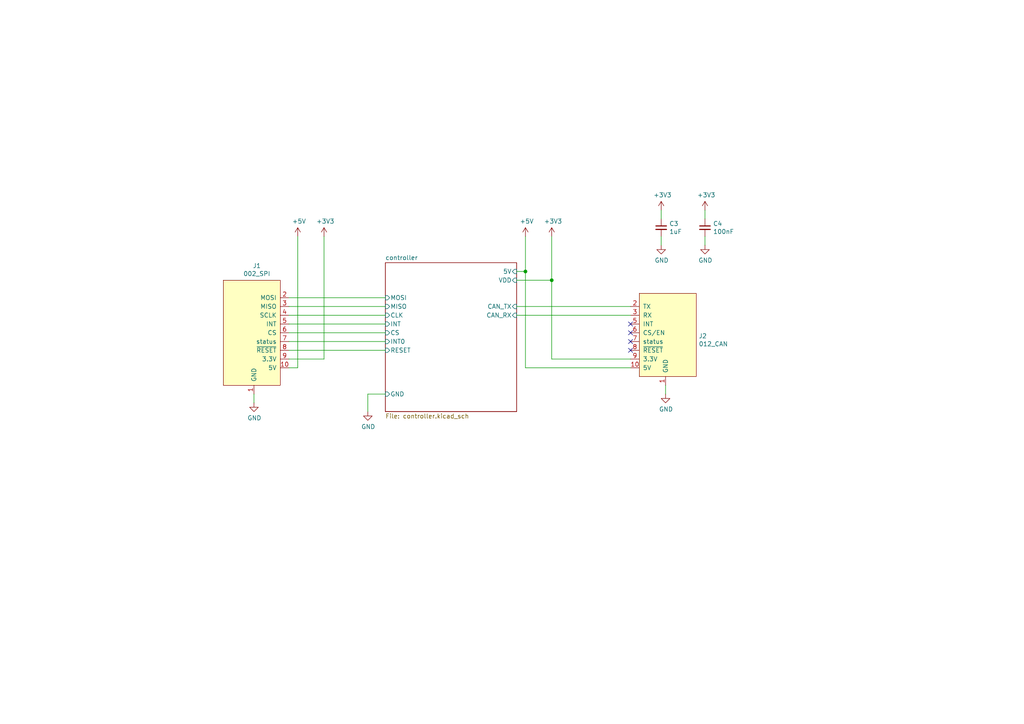
<source format=kicad_sch>
(kicad_sch (version 20211123) (generator eeschema)

  (uuid 712d6a7d-2b62-464f-b745-fd2a6b0187f6)

  (paper "A4")

  (lib_symbols
    (symbol "Device:C_Small" (pin_numbers hide) (pin_names (offset 0.254) hide) (in_bom yes) (on_board yes)
      (property "Reference" "C" (id 0) (at 0.254 1.778 0)
        (effects (font (size 1.27 1.27)) (justify left))
      )
      (property "Value" "C_Small" (id 1) (at 0.254 -2.032 0)
        (effects (font (size 1.27 1.27)) (justify left))
      )
      (property "Footprint" "" (id 2) (at 0 0 0)
        (effects (font (size 1.27 1.27)) hide)
      )
      (property "Datasheet" "~" (id 3) (at 0 0 0)
        (effects (font (size 1.27 1.27)) hide)
      )
      (property "ki_keywords" "capacitor cap" (id 4) (at 0 0 0)
        (effects (font (size 1.27 1.27)) hide)
      )
      (property "ki_description" "Unpolarized capacitor, small symbol" (id 5) (at 0 0 0)
        (effects (font (size 1.27 1.27)) hide)
      )
      (property "ki_fp_filters" "C_*" (id 6) (at 0 0 0)
        (effects (font (size 1.27 1.27)) hide)
      )
      (symbol "C_Small_0_1"
        (polyline
          (pts
            (xy -1.524 -0.508)
            (xy 1.524 -0.508)
          )
          (stroke (width 0.3302) (type default) (color 0 0 0 0))
          (fill (type none))
        )
        (polyline
          (pts
            (xy -1.524 0.508)
            (xy 1.524 0.508)
          )
          (stroke (width 0.3048) (type default) (color 0 0 0 0))
          (fill (type none))
        )
      )
      (symbol "C_Small_1_1"
        (pin passive line (at 0 2.54 270) (length 2.032)
          (name "~" (effects (font (size 1.27 1.27))))
          (number "1" (effects (font (size 1.27 1.27))))
        )
        (pin passive line (at 0 -2.54 90) (length 2.032)
          (name "~" (effects (font (size 1.27 1.27))))
          (number "2" (effects (font (size 1.27 1.27))))
        )
      )
    )
    (symbol "power:+3.3V" (power) (pin_names (offset 0)) (in_bom yes) (on_board yes)
      (property "Reference" "#PWR" (id 0) (at 0 -3.81 0)
        (effects (font (size 1.27 1.27)) hide)
      )
      (property "Value" "+3.3V" (id 1) (at 0 3.556 0)
        (effects (font (size 1.27 1.27)))
      )
      (property "Footprint" "" (id 2) (at 0 0 0)
        (effects (font (size 1.27 1.27)) hide)
      )
      (property "Datasheet" "" (id 3) (at 0 0 0)
        (effects (font (size 1.27 1.27)) hide)
      )
      (property "ki_keywords" "power-flag" (id 4) (at 0 0 0)
        (effects (font (size 1.27 1.27)) hide)
      )
      (property "ki_description" "Power symbol creates a global label with name \"+3.3V\"" (id 5) (at 0 0 0)
        (effects (font (size 1.27 1.27)) hide)
      )
      (symbol "+3.3V_0_1"
        (polyline
          (pts
            (xy -0.762 1.27)
            (xy 0 2.54)
          )
          (stroke (width 0) (type default) (color 0 0 0 0))
          (fill (type none))
        )
        (polyline
          (pts
            (xy 0 0)
            (xy 0 2.54)
          )
          (stroke (width 0) (type default) (color 0 0 0 0))
          (fill (type none))
        )
        (polyline
          (pts
            (xy 0 2.54)
            (xy 0.762 1.27)
          )
          (stroke (width 0) (type default) (color 0 0 0 0))
          (fill (type none))
        )
      )
      (symbol "+3.3V_1_1"
        (pin power_in line (at 0 0 90) (length 0) hide
          (name "+3V3" (effects (font (size 1.27 1.27))))
          (number "1" (effects (font (size 1.27 1.27))))
        )
      )
    )
    (symbol "power:+5V" (power) (pin_names (offset 0)) (in_bom yes) (on_board yes)
      (property "Reference" "#PWR" (id 0) (at 0 -3.81 0)
        (effects (font (size 1.27 1.27)) hide)
      )
      (property "Value" "+5V" (id 1) (at 0 3.556 0)
        (effects (font (size 1.27 1.27)))
      )
      (property "Footprint" "" (id 2) (at 0 0 0)
        (effects (font (size 1.27 1.27)) hide)
      )
      (property "Datasheet" "" (id 3) (at 0 0 0)
        (effects (font (size 1.27 1.27)) hide)
      )
      (property "ki_keywords" "power-flag" (id 4) (at 0 0 0)
        (effects (font (size 1.27 1.27)) hide)
      )
      (property "ki_description" "Power symbol creates a global label with name \"+5V\"" (id 5) (at 0 0 0)
        (effects (font (size 1.27 1.27)) hide)
      )
      (symbol "+5V_0_1"
        (polyline
          (pts
            (xy -0.762 1.27)
            (xy 0 2.54)
          )
          (stroke (width 0) (type default) (color 0 0 0 0))
          (fill (type none))
        )
        (polyline
          (pts
            (xy 0 0)
            (xy 0 2.54)
          )
          (stroke (width 0) (type default) (color 0 0 0 0))
          (fill (type none))
        )
        (polyline
          (pts
            (xy 0 2.54)
            (xy 0.762 1.27)
          )
          (stroke (width 0) (type default) (color 0 0 0 0))
          (fill (type none))
        )
      )
      (symbol "+5V_1_1"
        (pin power_in line (at 0 0 90) (length 0) hide
          (name "+5V" (effects (font (size 1.27 1.27))))
          (number "1" (effects (font (size 1.27 1.27))))
        )
      )
    )
    (symbol "power:GND" (power) (pin_names (offset 0)) (in_bom yes) (on_board yes)
      (property "Reference" "#PWR" (id 0) (at 0 -6.35 0)
        (effects (font (size 1.27 1.27)) hide)
      )
      (property "Value" "GND" (id 1) (at 0 -3.81 0)
        (effects (font (size 1.27 1.27)))
      )
      (property "Footprint" "" (id 2) (at 0 0 0)
        (effects (font (size 1.27 1.27)) hide)
      )
      (property "Datasheet" "" (id 3) (at 0 0 0)
        (effects (font (size 1.27 1.27)) hide)
      )
      (property "ki_keywords" "power-flag" (id 4) (at 0 0 0)
        (effects (font (size 1.27 1.27)) hide)
      )
      (property "ki_description" "Power symbol creates a global label with name \"GND\" , ground" (id 5) (at 0 0 0)
        (effects (font (size 1.27 1.27)) hide)
      )
      (symbol "GND_0_1"
        (polyline
          (pts
            (xy 0 0)
            (xy 0 -1.27)
            (xy 1.27 -1.27)
            (xy 0 -2.54)
            (xy -1.27 -1.27)
            (xy 0 -1.27)
          )
          (stroke (width 0) (type default) (color 0 0 0 0))
          (fill (type none))
        )
      )
      (symbol "GND_1_1"
        (pin power_in line (at 0 0 270) (length 0) hide
          (name "GND" (effects (font (size 1.27 1.27))))
          (number "1" (effects (font (size 1.27 1.27))))
        )
      )
    )
    (symbol "put_on_edge:002_SPI" (pin_names (offset 1.016)) (in_bom yes) (on_board yes)
      (property "Reference" "J" (id 0) (at -1.27 13.97 0)
        (effects (font (size 1.27 1.27)))
      )
      (property "Value" "002_SPI" (id 1) (at 10.16 13.97 0)
        (effects (font (size 1.27 1.27)))
      )
      (property "Footprint" "" (id 2) (at 8.89 16.51 0)
        (effects (font (size 1.27 1.27)) hide)
      )
      (property "Datasheet" "" (id 3) (at 8.89 16.51 0)
        (effects (font (size 1.27 1.27)) hide)
      )
      (symbol "002_SPI_0_1"
        (rectangle (start -7.62 12.7) (end 8.89 -17.78)
          (stroke (width 0) (type default) (color 0 0 0 0))
          (fill (type background))
        )
      )
      (symbol "002_SPI_1_1"
        (pin power_in line (at 0 -20.32 90) (length 2.54)
          (name "GND" (effects (font (size 1.27 1.27))))
          (number "1" (effects (font (size 1.27 1.27))))
        )
        (pin power_in line (at -10.16 -12.7 0) (length 2.54)
          (name "5V" (effects (font (size 1.27 1.27))))
          (number "10" (effects (font (size 1.27 1.27))))
        )
        (pin bidirectional line (at -10.16 7.62 0) (length 2.54)
          (name "MOSI" (effects (font (size 1.27 1.27))))
          (number "2" (effects (font (size 1.27 1.27))))
        )
        (pin bidirectional line (at -10.16 5.08 0) (length 2.54)
          (name "MISO" (effects (font (size 1.27 1.27))))
          (number "3" (effects (font (size 1.27 1.27))))
        )
        (pin bidirectional line (at -10.16 2.54 0) (length 2.54)
          (name "SCLK" (effects (font (size 1.27 1.27))))
          (number "4" (effects (font (size 1.27 1.27))))
        )
        (pin bidirectional line (at -10.16 0 0) (length 2.54)
          (name "INT" (effects (font (size 1.27 1.27))))
          (number "5" (effects (font (size 1.27 1.27))))
        )
        (pin bidirectional line (at -10.16 -2.54 0) (length 2.54)
          (name "CS" (effects (font (size 1.27 1.27))))
          (number "6" (effects (font (size 1.27 1.27))))
        )
        (pin bidirectional line (at -10.16 -5.08 0) (length 2.54)
          (name "status" (effects (font (size 1.27 1.27))))
          (number "7" (effects (font (size 1.27 1.27))))
        )
        (pin bidirectional line (at -10.16 -7.62 0) (length 2.54)
          (name "~{RESET}" (effects (font (size 1.27 1.27))))
          (number "8" (effects (font (size 1.27 1.27))))
        )
        (pin power_in line (at -10.16 -10.16 0) (length 2.54)
          (name "3.3V" (effects (font (size 1.27 1.27))))
          (number "9" (effects (font (size 1.27 1.27))))
        )
      )
    )
    (symbol "put_on_edge:012_CAN" (pin_names (offset 1.016)) (in_bom yes) (on_board yes)
      (property "Reference" "J" (id 0) (at -1.27 12.7 0)
        (effects (font (size 1.27 1.27)))
      )
      (property "Value" "012_CAN" (id 1) (at 10.16 12.7 0)
        (effects (font (size 1.27 1.27)))
      )
      (property "Footprint" "" (id 2) (at 7.62 16.51 0)
        (effects (font (size 1.27 1.27)) hide)
      )
      (property "Datasheet" "" (id 3) (at 7.62 16.51 0)
        (effects (font (size 1.27 1.27)) hide)
      )
      (symbol "012_CAN_0_1"
        (rectangle (start -7.62 11.43) (end 8.89 -12.7)
          (stroke (width 0) (type default) (color 0 0 0 0))
          (fill (type background))
        )
      )
      (symbol "012_CAN_1_1"
        (pin power_in line (at 0 -15.24 90) (length 2.54)
          (name "GND" (effects (font (size 1.27 1.27))))
          (number "1" (effects (font (size 1.27 1.27))))
        )
        (pin power_in line (at -10.16 -10.16 0) (length 2.54)
          (name "5V" (effects (font (size 1.27 1.27))))
          (number "10" (effects (font (size 1.27 1.27))))
        )
        (pin bidirectional line (at -10.16 7.62 0) (length 2.54)
          (name "TX" (effects (font (size 1.27 1.27))))
          (number "2" (effects (font (size 1.27 1.27))))
        )
        (pin bidirectional line (at -10.16 5.08 0) (length 2.54)
          (name "RX" (effects (font (size 1.27 1.27))))
          (number "3" (effects (font (size 1.27 1.27))))
        )
        (pin bidirectional line (at -10.16 2.54 0) (length 2.54)
          (name "INT" (effects (font (size 1.27 1.27))))
          (number "5" (effects (font (size 1.27 1.27))))
        )
        (pin bidirectional line (at -10.16 0 0) (length 2.54)
          (name "CS/EN" (effects (font (size 1.27 1.27))))
          (number "6" (effects (font (size 1.27 1.27))))
        )
        (pin bidirectional line (at -10.16 -2.54 0) (length 2.54)
          (name "status" (effects (font (size 1.27 1.27))))
          (number "7" (effects (font (size 1.27 1.27))))
        )
        (pin bidirectional line (at -10.16 -5.08 0) (length 2.54)
          (name "~{RESET}" (effects (font (size 1.27 1.27))))
          (number "8" (effects (font (size 1.27 1.27))))
        )
        (pin power_in line (at -10.16 -7.62 0) (length 2.54)
          (name "3.3V" (effects (font (size 1.27 1.27))))
          (number "9" (effects (font (size 1.27 1.27))))
        )
      )
    )
  )

  (junction (at 160.02 81.28) (diameter 0) (color 0 0 0 0)
    (uuid 10109f84-4940-47f8-8640-91f185ac9bc1)
  )
  (junction (at 152.4 78.74) (diameter 0) (color 0 0 0 0)
    (uuid c022004a-c968-410e-b59e-fbab0e561e9d)
  )

  (no_connect (at 182.88 96.52) (uuid 5fc27c35-3e1c-4f96-817c-93b5570858a6))
  (no_connect (at 182.88 101.6) (uuid 6a45789b-3855-401f-8139-3c734f7f52f9))
  (no_connect (at 182.88 99.06) (uuid 6c9b793c-e74d-4754-a2c0-901e73b26f1c))
  (no_connect (at 182.88 93.98) (uuid efeac2a2-7682-4dc7-83ee-f6f1b23da506))

  (wire (pts (xy 149.86 88.9) (xy 182.88 88.9))
    (stroke (width 0) (type default) (color 0 0 0 0))
    (uuid 13abf99d-5265-4779-8973-e94370fd18ff)
  )
  (wire (pts (xy 204.47 60.96) (xy 204.47 63.5))
    (stroke (width 0) (type default) (color 0 0 0 0))
    (uuid 1a1ab354-5f85-45f9-938c-9f6c4c8c3ea2)
  )
  (wire (pts (xy 191.77 60.96) (xy 191.77 63.5))
    (stroke (width 0) (type default) (color 0 0 0 0))
    (uuid 1bf544e3-5940-4576-9291-2464e95c0ee2)
  )
  (wire (pts (xy 86.36 68.58) (xy 86.36 106.68))
    (stroke (width 0) (type default) (color 0 0 0 0))
    (uuid 1e1b062d-fad0-427c-a622-c5b8a80b5268)
  )
  (wire (pts (xy 111.76 96.52) (xy 83.82 96.52))
    (stroke (width 0) (type default) (color 0 0 0 0))
    (uuid 23bb2798-d93a-4696-a962-c305c4298a0c)
  )
  (wire (pts (xy 93.98 68.58) (xy 93.98 104.14))
    (stroke (width 0) (type default) (color 0 0 0 0))
    (uuid 30f15357-ce1d-48b9-93dc-7d9b1b2aa048)
  )
  (wire (pts (xy 204.47 68.58) (xy 204.47 71.12))
    (stroke (width 0) (type default) (color 0 0 0 0))
    (uuid 42713045-fffd-4b2d-ae1e-7232d705fb12)
  )
  (wire (pts (xy 111.76 88.9) (xy 83.82 88.9))
    (stroke (width 0) (type default) (color 0 0 0 0))
    (uuid 46918595-4a45-48e8-84c0-961b4db7f35f)
  )
  (wire (pts (xy 152.4 106.68) (xy 182.88 106.68))
    (stroke (width 0) (type default) (color 0 0 0 0))
    (uuid 47baf4b1-0938-497d-88f9-671136aa8be7)
  )
  (wire (pts (xy 160.02 104.14) (xy 182.88 104.14))
    (stroke (width 0) (type default) (color 0 0 0 0))
    (uuid 55e740a3-0735-4744-896e-2bf5437093b9)
  )
  (wire (pts (xy 149.86 78.74) (xy 152.4 78.74))
    (stroke (width 0) (type default) (color 0 0 0 0))
    (uuid 6a955fc7-39d9-4c75-9a69-676ca8c0b9b2)
  )
  (wire (pts (xy 111.76 101.6) (xy 83.82 101.6))
    (stroke (width 0) (type default) (color 0 0 0 0))
    (uuid 6e105729-aba0-497c-a99e-c32d2b3ddb6d)
  )
  (wire (pts (xy 160.02 81.28) (xy 160.02 104.14))
    (stroke (width 0) (type default) (color 0 0 0 0))
    (uuid 71c31975-2c45-4d18-a25a-18e07a55d11e)
  )
  (wire (pts (xy 160.02 81.28) (xy 160.02 68.58))
    (stroke (width 0) (type default) (color 0 0 0 0))
    (uuid 746ba970-8279-4e7b-aed3-f28687777c21)
  )
  (wire (pts (xy 111.76 99.06) (xy 83.82 99.06))
    (stroke (width 0) (type default) (color 0 0 0 0))
    (uuid 78cbdd6c-4878-4cc5-9a58-0e506478e37d)
  )
  (wire (pts (xy 93.98 104.14) (xy 83.82 104.14))
    (stroke (width 0) (type default) (color 0 0 0 0))
    (uuid 87371631-aa02-498a-998a-09bdb74784c1)
  )
  (wire (pts (xy 111.76 93.98) (xy 83.82 93.98))
    (stroke (width 0) (type default) (color 0 0 0 0))
    (uuid 94c158d1-8503-4553-b511-bf42f506c2a8)
  )
  (wire (pts (xy 111.76 91.44) (xy 83.82 91.44))
    (stroke (width 0) (type default) (color 0 0 0 0))
    (uuid 9ccf03e8-755a-4cd9-96fc-30e1d08fa253)
  )
  (wire (pts (xy 106.68 119.38) (xy 106.68 114.3))
    (stroke (width 0) (type default) (color 0 0 0 0))
    (uuid a690fc6c-55d9-47e6-b533-faa4b67e20f3)
  )
  (wire (pts (xy 149.86 91.44) (xy 182.88 91.44))
    (stroke (width 0) (type default) (color 0 0 0 0))
    (uuid a7520ad3-0f8b-4788-92d4-8ffb277041e6)
  )
  (wire (pts (xy 111.76 86.36) (xy 83.82 86.36))
    (stroke (width 0) (type default) (color 0 0 0 0))
    (uuid a795f1ba-cdd5-4cc5-9a52-08586e982934)
  )
  (wire (pts (xy 193.04 114.3) (xy 193.04 111.76))
    (stroke (width 0) (type default) (color 0 0 0 0))
    (uuid b1086f75-01ba-4188-8d36-75a9e2828ca9)
  )
  (wire (pts (xy 191.77 68.58) (xy 191.77 71.12))
    (stroke (width 0) (type default) (color 0 0 0 0))
    (uuid c0515cd2-cdaa-467e-8354-0f6eadfa35c9)
  )
  (wire (pts (xy 106.68 114.3) (xy 111.76 114.3))
    (stroke (width 0) (type default) (color 0 0 0 0))
    (uuid c144caa5-b0d4-4cef-840a-d4ad178a2102)
  )
  (wire (pts (xy 73.66 116.84) (xy 73.66 114.3))
    (stroke (width 0) (type default) (color 0 0 0 0))
    (uuid c70d9ef3-bfeb-47e0-a1e1-9aeba3da7864)
  )
  (wire (pts (xy 86.36 106.68) (xy 83.82 106.68))
    (stroke (width 0) (type default) (color 0 0 0 0))
    (uuid d8603679-3e7b-4337-8dbc-1827f5f54d8a)
  )
  (wire (pts (xy 149.86 81.28) (xy 160.02 81.28))
    (stroke (width 0) (type default) (color 0 0 0 0))
    (uuid e10b5627-3247-4c86-b9f6-ef474ca11543)
  )
  (wire (pts (xy 152.4 78.74) (xy 152.4 68.58))
    (stroke (width 0) (type default) (color 0 0 0 0))
    (uuid e8314017-7be6-4011-9179-37449a29b311)
  )
  (wire (pts (xy 152.4 78.74) (xy 152.4 106.68))
    (stroke (width 0) (type default) (color 0 0 0 0))
    (uuid f4f99e3d-7269-4f6a-a759-16ad2a258779)
  )

  (symbol (lib_id "put_on_edge:002_SPI") (at 73.66 93.98 0) (mirror y) (unit 1)
    (in_bom yes) (on_board yes)
    (uuid 00000000-0000-0000-0000-0000617eac36)
    (property "Reference" "J1" (id 0) (at 74.4982 77.089 0))
    (property "Value" "002_SPI" (id 1) (at 74.4982 79.4004 0))
    (property "Footprint" "on_edge:on_edge_2x05_device" (id 2) (at 66.04 77.47 0)
      (effects (font (size 1.27 1.27)) hide)
    )
    (property "Datasheet" "" (id 3) (at 66.04 77.47 0)
      (effects (font (size 1.27 1.27)) hide)
    )
    (pin "1" (uuid e650a1ef-49d6-461c-927c-393af2632cef))
    (pin "10" (uuid 7191ae26-09cc-4bce-bcac-88fc79a741e5))
    (pin "2" (uuid b36f4ff6-46a0-4150-af1c-46dc28f62df6))
    (pin "3" (uuid 686ca76e-8dda-4b1b-8ab3-b67af2ba4d17))
    (pin "4" (uuid 5d8898d0-524f-4fc9-9e68-966b1883c5f1))
    (pin "5" (uuid 816d9601-af08-4260-a966-ab159c080a6c))
    (pin "6" (uuid 87e00674-48bd-4b33-a20f-73f6e677a63e))
    (pin "7" (uuid 9c83344b-9459-4d12-b42b-3d55cec57c13))
    (pin "8" (uuid 27f57ab8-9d79-4c76-977a-cd2437a7f9f0))
    (pin "9" (uuid b7699dc1-fcd7-4bab-858a-39d304cad0e0))
  )

  (symbol (lib_id "put_on_edge:012_CAN") (at 193.04 96.52 0) (unit 1)
    (in_bom yes) (on_board yes)
    (uuid 00000000-0000-0000-0000-0000617ed06b)
    (property "Reference" "J2" (id 0) (at 202.6412 97.4598 0)
      (effects (font (size 1.27 1.27)) (justify left))
    )
    (property "Value" "012_CAN" (id 1) (at 202.6412 99.7712 0)
      (effects (font (size 1.27 1.27)) (justify left))
    )
    (property "Footprint" "on_edge:on_edge_2x05_host" (id 2) (at 200.66 80.01 0)
      (effects (font (size 1.27 1.27)) hide)
    )
    (property "Datasheet" "" (id 3) (at 200.66 80.01 0)
      (effects (font (size 1.27 1.27)) hide)
    )
    (pin "1" (uuid 1e0832ec-61bb-4753-a703-f800e50c87e9))
    (pin "10" (uuid abb284d1-6005-460a-b044-acdfa77fc3f5))
    (pin "2" (uuid 8c8154c7-2b7b-44e1-8694-dfe76312b3d9))
    (pin "3" (uuid e2bf3c5a-b014-4f85-8305-86de33fb2476))
    (pin "5" (uuid 702c939c-cd20-4967-a0a8-e2ffe549a816))
    (pin "6" (uuid 68310a47-af11-4665-bffb-5d4b7b98d48d))
    (pin "7" (uuid 0757ecdd-1a4f-4f75-825e-ff54cc68895a))
    (pin "8" (uuid 77db9235-89b0-4b41-9039-5e76b93e13e4))
    (pin "9" (uuid 02426097-2343-483f-9184-b1021f11f671))
  )

  (symbol (lib_id "power:GND") (at 73.66 116.84 0) (unit 1)
    (in_bom yes) (on_board yes)
    (uuid 00000000-0000-0000-0000-0000617ee3e4)
    (property "Reference" "#PWR0101" (id 0) (at 73.66 123.19 0)
      (effects (font (size 1.27 1.27)) hide)
    )
    (property "Value" "GND" (id 1) (at 73.787 121.2342 0))
    (property "Footprint" "" (id 2) (at 73.66 116.84 0)
      (effects (font (size 1.27 1.27)) hide)
    )
    (property "Datasheet" "" (id 3) (at 73.66 116.84 0)
      (effects (font (size 1.27 1.27)) hide)
    )
    (pin "1" (uuid 485f2f0b-adc4-4fd0-914c-e6cdebf32b20))
  )

  (symbol (lib_id "power:GND") (at 193.04 114.3 0) (unit 1)
    (in_bom yes) (on_board yes)
    (uuid 00000000-0000-0000-0000-0000617ee726)
    (property "Reference" "#PWR0102" (id 0) (at 193.04 120.65 0)
      (effects (font (size 1.27 1.27)) hide)
    )
    (property "Value" "GND" (id 1) (at 193.167 118.6942 0))
    (property "Footprint" "" (id 2) (at 193.04 114.3 0)
      (effects (font (size 1.27 1.27)) hide)
    )
    (property "Datasheet" "" (id 3) (at 193.04 114.3 0)
      (effects (font (size 1.27 1.27)) hide)
    )
    (pin "1" (uuid 258fcb41-7033-4835-9fdf-423793cb23b3))
  )

  (symbol (lib_id "power:+5V") (at 152.4 68.58 0) (unit 1)
    (in_bom yes) (on_board yes)
    (uuid 00000000-0000-0000-0000-0000617f1ae5)
    (property "Reference" "#PWR0103" (id 0) (at 152.4 72.39 0)
      (effects (font (size 1.27 1.27)) hide)
    )
    (property "Value" "+5V" (id 1) (at 152.781 64.1858 0))
    (property "Footprint" "" (id 2) (at 152.4 68.58 0)
      (effects (font (size 1.27 1.27)) hide)
    )
    (property "Datasheet" "" (id 3) (at 152.4 68.58 0)
      (effects (font (size 1.27 1.27)) hide)
    )
    (pin "1" (uuid 1fa150d9-4de3-4b9f-8fca-6651616614be))
  )

  (symbol (lib_id "power:+3.3V") (at 160.02 68.58 0) (unit 1)
    (in_bom yes) (on_board yes)
    (uuid 00000000-0000-0000-0000-0000617f236f)
    (property "Reference" "#PWR0104" (id 0) (at 160.02 72.39 0)
      (effects (font (size 1.27 1.27)) hide)
    )
    (property "Value" "+3.3V" (id 1) (at 160.401 64.1858 0))
    (property "Footprint" "" (id 2) (at 160.02 68.58 0)
      (effects (font (size 1.27 1.27)) hide)
    )
    (property "Datasheet" "" (id 3) (at 160.02 68.58 0)
      (effects (font (size 1.27 1.27)) hide)
    )
    (pin "1" (uuid 1257fa4c-2f92-4e07-b43d-826125b0853c))
  )

  (symbol (lib_id "power:+5V") (at 86.36 68.58 0) (unit 1)
    (in_bom yes) (on_board yes)
    (uuid 00000000-0000-0000-0000-0000617f3fc7)
    (property "Reference" "#PWR0105" (id 0) (at 86.36 72.39 0)
      (effects (font (size 1.27 1.27)) hide)
    )
    (property "Value" "+5V" (id 1) (at 86.741 64.1858 0))
    (property "Footprint" "" (id 2) (at 86.36 68.58 0)
      (effects (font (size 1.27 1.27)) hide)
    )
    (property "Datasheet" "" (id 3) (at 86.36 68.58 0)
      (effects (font (size 1.27 1.27)) hide)
    )
    (pin "1" (uuid ae923668-2cb7-47ea-99c5-b6a079045296))
  )

  (symbol (lib_id "power:+3.3V") (at 93.98 68.58 0) (unit 1)
    (in_bom yes) (on_board yes)
    (uuid 00000000-0000-0000-0000-0000617f3fcd)
    (property "Reference" "#PWR0106" (id 0) (at 93.98 72.39 0)
      (effects (font (size 1.27 1.27)) hide)
    )
    (property "Value" "+3.3V" (id 1) (at 94.361 64.1858 0))
    (property "Footprint" "" (id 2) (at 93.98 68.58 0)
      (effects (font (size 1.27 1.27)) hide)
    )
    (property "Datasheet" "" (id 3) (at 93.98 68.58 0)
      (effects (font (size 1.27 1.27)) hide)
    )
    (pin "1" (uuid 48eaa494-0ad3-4e7e-a203-8b82c0c90232))
  )

  (symbol (lib_id "power:GND") (at 106.68 119.38 0) (unit 1)
    (in_bom yes) (on_board yes)
    (uuid 00000000-0000-0000-0000-0000617f4ba7)
    (property "Reference" "#PWR0107" (id 0) (at 106.68 125.73 0)
      (effects (font (size 1.27 1.27)) hide)
    )
    (property "Value" "GND" (id 1) (at 106.807 123.7742 0))
    (property "Footprint" "" (id 2) (at 106.68 119.38 0)
      (effects (font (size 1.27 1.27)) hide)
    )
    (property "Datasheet" "" (id 3) (at 106.68 119.38 0)
      (effects (font (size 1.27 1.27)) hide)
    )
    (pin "1" (uuid 534d87c1-bf1e-4965-ad11-3e2aa081e8e8))
  )

  (symbol (lib_id "Device:C_Small") (at 191.77 66.04 0) (unit 1)
    (in_bom yes) (on_board yes)
    (uuid 00000000-0000-0000-0000-000061805a99)
    (property "Reference" "C3" (id 0) (at 194.1068 64.8716 0)
      (effects (font (size 1.27 1.27)) (justify left))
    )
    (property "Value" "1uF" (id 1) (at 194.1068 67.183 0)
      (effects (font (size 1.27 1.27)) (justify left))
    )
    (property "Footprint" "Capacitor_SMD:C_0603_1608Metric" (id 2) (at 191.77 66.04 0)
      (effects (font (size 1.27 1.27)) hide)
    )
    (property "Datasheet" "~" (id 3) (at 191.77 66.04 0)
      (effects (font (size 1.27 1.27)) hide)
    )
    (property "Voltage" "6.3V" (id 4) (at 191.77 66.04 0)
      (effects (font (size 1.27 1.27)) hide)
    )
    (pin "1" (uuid e4c76785-6814-46b7-90ed-89a33aedcc92))
    (pin "2" (uuid e1287ef2-6c69-436b-b51d-a0060d989d21))
  )

  (symbol (lib_id "Device:C_Small") (at 204.47 66.04 0) (unit 1)
    (in_bom yes) (on_board yes)
    (uuid 00000000-0000-0000-0000-000061806b1a)
    (property "Reference" "C4" (id 0) (at 206.8068 64.8716 0)
      (effects (font (size 1.27 1.27)) (justify left))
    )
    (property "Value" "100nF" (id 1) (at 206.8068 67.183 0)
      (effects (font (size 1.27 1.27)) (justify left))
    )
    (property "Footprint" "Capacitor_SMD:C_0603_1608Metric" (id 2) (at 204.47 66.04 0)
      (effects (font (size 1.27 1.27)) hide)
    )
    (property "Datasheet" "~" (id 3) (at 204.47 66.04 0)
      (effects (font (size 1.27 1.27)) hide)
    )
    (property "Voltage" "6.3V" (id 4) (at 204.47 66.04 0)
      (effects (font (size 1.27 1.27)) hide)
    )
    (pin "1" (uuid 122cd6ff-87b3-455d-9734-dd35dee6c1d9))
    (pin "2" (uuid cc90c745-434f-4e54-89c7-cbf24870aeb9))
  )

  (symbol (lib_id "power:GND") (at 191.77 71.12 0) (unit 1)
    (in_bom yes) (on_board yes)
    (uuid 00000000-0000-0000-0000-000061806db0)
    (property "Reference" "#PWR0108" (id 0) (at 191.77 77.47 0)
      (effects (font (size 1.27 1.27)) hide)
    )
    (property "Value" "GND" (id 1) (at 191.897 75.5142 0))
    (property "Footprint" "" (id 2) (at 191.77 71.12 0)
      (effects (font (size 1.27 1.27)) hide)
    )
    (property "Datasheet" "" (id 3) (at 191.77 71.12 0)
      (effects (font (size 1.27 1.27)) hide)
    )
    (pin "1" (uuid 229202cd-20dc-4eab-ac2e-7f028bc91419))
  )

  (symbol (lib_id "power:GND") (at 204.47 71.12 0) (unit 1)
    (in_bom yes) (on_board yes)
    (uuid 00000000-0000-0000-0000-00006180724b)
    (property "Reference" "#PWR0109" (id 0) (at 204.47 77.47 0)
      (effects (font (size 1.27 1.27)) hide)
    )
    (property "Value" "GND" (id 1) (at 204.597 75.5142 0))
    (property "Footprint" "" (id 2) (at 204.47 71.12 0)
      (effects (font (size 1.27 1.27)) hide)
    )
    (property "Datasheet" "" (id 3) (at 204.47 71.12 0)
      (effects (font (size 1.27 1.27)) hide)
    )
    (pin "1" (uuid aa150034-db8e-4e55-b98f-05afdd8af91a))
  )

  (symbol (lib_id "power:+3.3V") (at 191.77 60.96 0) (unit 1)
    (in_bom yes) (on_board yes)
    (uuid 00000000-0000-0000-0000-00006180754a)
    (property "Reference" "#PWR0110" (id 0) (at 191.77 64.77 0)
      (effects (font (size 1.27 1.27)) hide)
    )
    (property "Value" "+3.3V" (id 1) (at 192.151 56.5658 0))
    (property "Footprint" "" (id 2) (at 191.77 60.96 0)
      (effects (font (size 1.27 1.27)) hide)
    )
    (property "Datasheet" "" (id 3) (at 191.77 60.96 0)
      (effects (font (size 1.27 1.27)) hide)
    )
    (pin "1" (uuid 2a27ce45-9d61-48fd-991f-04c116cd65f4))
  )

  (symbol (lib_id "power:+3.3V") (at 204.47 60.96 0) (unit 1)
    (in_bom yes) (on_board yes)
    (uuid 00000000-0000-0000-0000-000061807855)
    (property "Reference" "#PWR0111" (id 0) (at 204.47 64.77 0)
      (effects (font (size 1.27 1.27)) hide)
    )
    (property "Value" "+3.3V" (id 1) (at 204.851 56.5658 0))
    (property "Footprint" "" (id 2) (at 204.47 60.96 0)
      (effects (font (size 1.27 1.27)) hide)
    )
    (property "Datasheet" "" (id 3) (at 204.47 60.96 0)
      (effects (font (size 1.27 1.27)) hide)
    )
    (pin "1" (uuid fa2bf2ca-bd10-466d-9e68-28cc68c7b620))
  )

  (sheet (at 111.76 76.2) (size 38.1 43.18) (fields_autoplaced)
    (stroke (width 0) (type solid) (color 0 0 0 0))
    (fill (color 0 0 0 0.0000))
    (uuid 00000000-0000-0000-0000-0000617efafa)
    (property "Sheet name" "controller" (id 0) (at 111.76 75.4884 0)
      (effects (font (size 1.27 1.27)) (justify left bottom))
    )
    (property "Sheet file" "controller.kicad_sch" (id 1) (at 111.76 119.9646 0)
      (effects (font (size 1.27 1.27)) (justify left top))
    )
    (pin "GND" input (at 111.76 114.3 180)
      (effects (font (size 1.27 1.27)) (justify left))
      (uuid 81bbc3ff-3938-49ac-8297-ce2bcc9a42bd)
    )
    (pin "5V" input (at 149.86 78.74 0)
      (effects (font (size 1.27 1.27)) (justify right))
      (uuid 15875808-74d5-4210-b8ca-aa8fbc04ae21)
    )
    (pin "VDD" input (at 149.86 81.28 0)
      (effects (font (size 1.27 1.27)) (justify right))
      (uuid dd00c2e1-6027-4717-b312-4fab3ee52002)
    )
    (pin "CAN_TX" input (at 149.86 88.9 0)
      (effects (font (size 1.27 1.27)) (justify right))
      (uuid 0a3cc030-c9dd-4d74-9d50-715ed2b361a2)
    )
    (pin "CAN_RX" input (at 149.86 91.44 0)
      (effects (font (size 1.27 1.27)) (justify right))
      (uuid 8322f275-268c-4e87-a69f-4cfbf05e747f)
    )
    (pin "MISO" input (at 111.76 88.9 180)
      (effects (font (size 1.27 1.27)) (justify left))
      (uuid b6270a28-e0d9-4655-a18a-03dbf007b940)
    )
    (pin "MOSI" input (at 111.76 86.36 180)
      (effects (font (size 1.27 1.27)) (justify left))
      (uuid f3490fa5-5a27-423b-af60-53609669542c)
    )
    (pin "CLK" input (at 111.76 91.44 180)
      (effects (font (size 1.27 1.27)) (justify left))
      (uuid 1860e030-7a36-4298-b7fc-a16d48ab15ba)
    )
    (pin "CS" input (at 111.76 96.52 180)
      (effects (font (size 1.27 1.27)) (justify left))
      (uuid 3dcc657b-55a1-48e0-9667-e01e7b6b08b5)
    )
    (pin "INT" input (at 111.76 93.98 180)
      (effects (font (size 1.27 1.27)) (justify left))
      (uuid 67f6e996-3c99-493c-8f6f-e739e2ed5d7a)
    )
    (pin "INT0" input (at 111.76 99.06 180)
      (effects (font (size 1.27 1.27)) (justify left))
      (uuid 32667662-ae86-4904-b198-3e95f11851bf)
    )
    (pin "RESET" input (at 111.76 101.6 180)
      (effects (font (size 1.27 1.27)) (justify left))
      (uuid 119fc315-9222-450e-9246-24f268b5e3d1)
    )
  )

  (sheet_instances
    (path "/" (page "1"))
    (path "/00000000-0000-0000-0000-0000617efafa" (page "2"))
  )

  (symbol_instances
    (path "/00000000-0000-0000-0000-0000617ee3e4"
      (reference "#PWR0101") (unit 1) (value "GND") (footprint "")
    )
    (path "/00000000-0000-0000-0000-0000617ee726"
      (reference "#PWR0102") (unit 1) (value "GND") (footprint "")
    )
    (path "/00000000-0000-0000-0000-0000617f1ae5"
      (reference "#PWR0103") (unit 1) (value "+5V") (footprint "")
    )
    (path "/00000000-0000-0000-0000-0000617f236f"
      (reference "#PWR0104") (unit 1) (value "+3.3V") (footprint "")
    )
    (path "/00000000-0000-0000-0000-0000617f3fc7"
      (reference "#PWR0105") (unit 1) (value "+5V") (footprint "")
    )
    (path "/00000000-0000-0000-0000-0000617f3fcd"
      (reference "#PWR0106") (unit 1) (value "+3.3V") (footprint "")
    )
    (path "/00000000-0000-0000-0000-0000617f4ba7"
      (reference "#PWR0107") (unit 1) (value "GND") (footprint "")
    )
    (path "/00000000-0000-0000-0000-000061806db0"
      (reference "#PWR0108") (unit 1) (value "GND") (footprint "")
    )
    (path "/00000000-0000-0000-0000-00006180724b"
      (reference "#PWR0109") (unit 1) (value "GND") (footprint "")
    )
    (path "/00000000-0000-0000-0000-00006180754a"
      (reference "#PWR0110") (unit 1) (value "+3.3V") (footprint "")
    )
    (path "/00000000-0000-0000-0000-000061807855"
      (reference "#PWR0111") (unit 1) (value "+3.3V") (footprint "")
    )
    (path "/00000000-0000-0000-0000-0000617efafa/00000000-0000-0000-0000-0000617fd9d7"
      (reference "C1") (unit 1) (value "22pF") (footprint "Capacitor_SMD:C_0603_1608Metric")
    )
    (path "/00000000-0000-0000-0000-0000617efafa/00000000-0000-0000-0000-0000617fe3b4"
      (reference "C2") (unit 1) (value "22pF") (footprint "Capacitor_SMD:C_0603_1608Metric")
    )
    (path "/00000000-0000-0000-0000-000061805a99"
      (reference "C3") (unit 1) (value "1uF") (footprint "Capacitor_SMD:C_0603_1608Metric")
    )
    (path "/00000000-0000-0000-0000-000061806b1a"
      (reference "C4") (unit 1) (value "100nF") (footprint "Capacitor_SMD:C_0603_1608Metric")
    )
    (path "/00000000-0000-0000-0000-0000617eac36"
      (reference "J1") (unit 1) (value "002_SPI") (footprint "on_edge:on_edge_2x05_device")
    )
    (path "/00000000-0000-0000-0000-0000617ed06b"
      (reference "J2") (unit 1) (value "012_CAN") (footprint "on_edge:on_edge_2x05_host")
    )
    (path "/00000000-0000-0000-0000-0000617efafa/d929efed-c2c9-414b-bf90-14faefed45e3"
      (reference "U1") (unit 1) (value "MCP2515-xSO") (footprint "Package_SO:SOIC-18W_7.5x11.6mm_P1.27mm")
    )
    (path "/00000000-0000-0000-0000-0000617efafa/00000000-0000-0000-0000-0000617fbd53"
      (reference "Y1") (unit 1) (value "20MhZ") (footprint "Crystal:Crystal_SMD_Abracon_ABM8G-4Pin_3.2x2.5mm")
    )
  )
)

</source>
